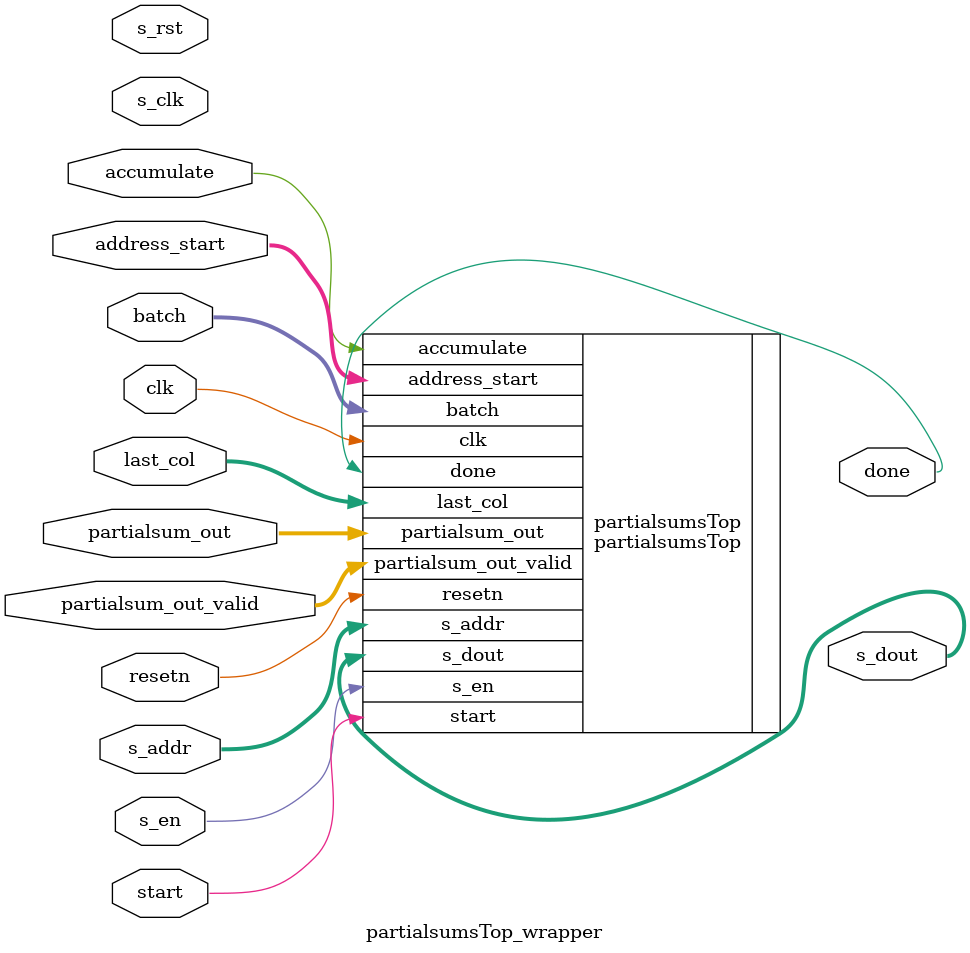
<source format=v>
`timescale 1ns / 1ps


module partialsumsTop_wrapper(
    (* X_INTERFACE_INFO = "xilinx.com:interface:bram:1.0 BRAM_PORTA EN" *)
    // Uncomment the following to set interface specific parameter on the bus interface.
    (* X_INTERFACE_PARAMETER = "MASTER_TYPE BRAM_CTRL,MEM_ECC None,MEM_WIDTH 512,MEM_SIZE 131072, READ_LATENCY 2,READ_WRITE_MODE READ_WRITE" *)
    input s_en, // Chip Enable Signal (optional)
    (* X_INTERFACE_INFO = "xilinx.com:interface:bram:1.0 BRAM_PORTA DOUT" *)
    output [511:0] s_dout, // Data Out Bus (optional)
    (* X_INTERFACE_INFO = "xilinx.com:interface:bram:1.0 BRAM_PORTA ADDR" *)
    input [16:0] s_addr, // Address Signal (required)
    (* X_INTERFACE_INFO = "xilinx.com:interface:bram:1.0 BRAM_PORTA CLK" *)
    input s_clk, // Clock Signal (required)
    (* X_INTERFACE_INFO = "xilinx.com:interface:bram:1.0 BRAM_PORTA RST" *)
    input s_rst, // Reset Signal (required)
    input clk, resetn, start, accumulate,
    input [10:0] address_start,
    input [5:0] batch,
    input [32*16-1:0] partialsum_out,
    input [32-1:0] partialsum_out_valid,
    input [4:0] last_col,
    (* X_INTERFACE_INFO = "xilinx.com:signal:interrupt:1.0 DONE INTERRUPT" *)
    // Supported parameter: SENSITIVITY { LEVEL_HIGH, LEVEL_LOW, EDGE_RISING, EDGE_FALLING }
    // Normally LEVEL_HIGH is assumed.  Use this parameter to force the level
    (* X_INTERFACE_PARAMETER = "SENSITIVITY LEVEL_HIGH" *)
    output done
    );
    
    partialsumsTop partialsumsTop(
        .s_en(s_en),
        .s_dout(s_dout),
        .s_addr(s_addr),
        .clk(clk), 
        .resetn(resetn), 
        .start(start), 
        .accumulate(accumulate),
        .address_start(address_start),
        .batch(batch),
        .partialsum_out(partialsum_out),
        .partialsum_out_valid(partialsum_out_valid),
        .last_col(last_col),
        .done(done)
    );
    
endmodule

</source>
